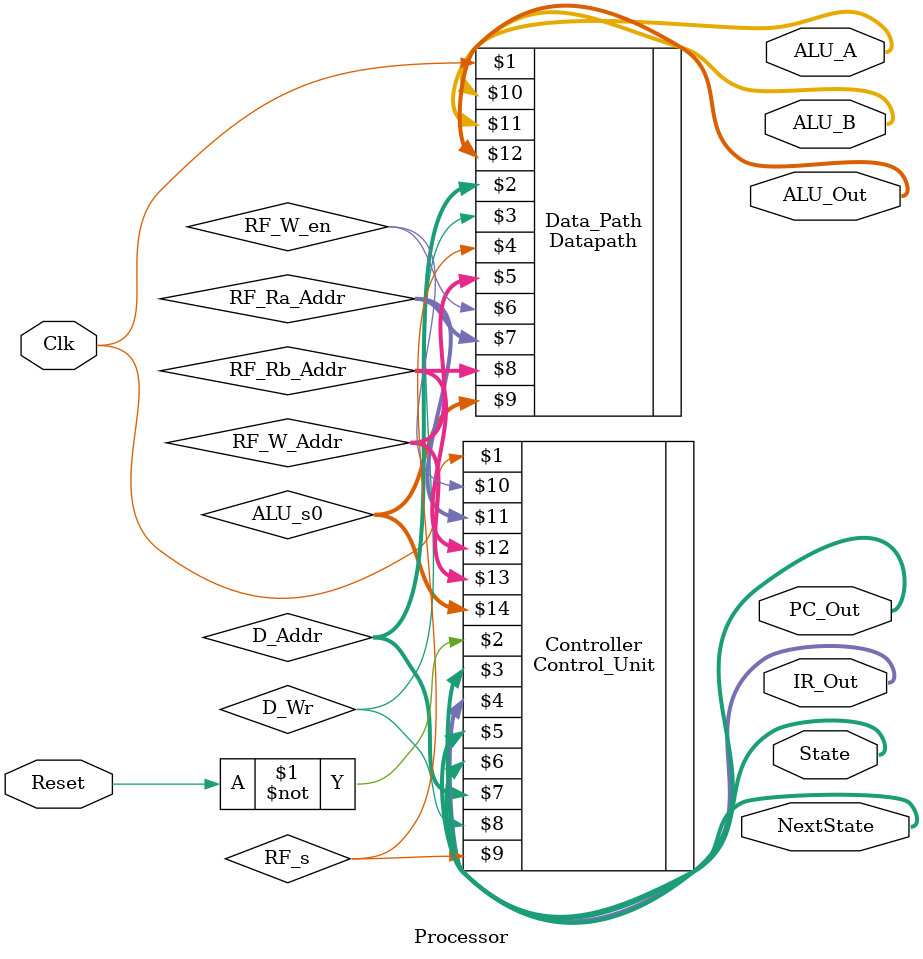
<source format=sv>

/*
 * This module describes the Processor for the TCES 330 class project such that:
 *
 *	--Inputs--
 *	Clk = The 50 MHz system clock(?)
 *	Reset = Syncronous high-active reset.
 
 *	--Outputs--
 *	PC_Out = Current value of Program Counter.
 *	IR_Out = Current value of the Instruction Register.
 *	State = Current State of State Machine.
 *	NextState = Next State of State Machine.
 *	ALU_A = A-side input of ALU
 *	ALU_B = B-side input of ALU
 *	ALU_Out = Output of ALU
 */

module Processor(Clk, Reset, IR_Out, PC_Out, State, NextState, ALU_A, ALU_B, ALU_Out);
	input Clk, Reset;

	output [3:0] State, NextState;
	output [6:0] PC_Out;
	output [15:0] IR_Out, ALU_A, ALU_B, ALU_Out;
	
	wire D_Wr, RF_s, RF_W_en;
	wire [2:0] ALU_s0;
	wire [3:0] RF_Ra_Addr, RF_Rb_Addr, RF_W_Addr;
	wire [7:0] D_Addr;

	//Control Unit
	Control_Unit Controller(Clk, ~Reset, PC_Out, IR_Out, State, NextState, D_Addr, D_Wr, RF_s, RF_W_en, RF_Ra_Addr, RF_Rb_Addr, RF_W_Addr, ALU_s0);
	
	//Datapath
	Datapath Data_Path(Clk, D_Addr, D_Wr, RF_s, RF_W_Addr, RF_W_en, RF_Ra_Addr, RF_Rb_Addr, ALU_s0, ALU_A, ALU_B, ALU_Out);
	
endmodule
</source>
